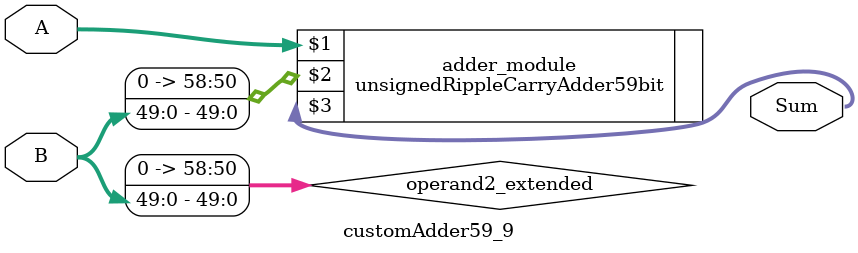
<source format=v>
module customAdder59_9(
                        input [58 : 0] A,
                        input [49 : 0] B,
                        
                        output [59 : 0] Sum
                );

        wire [58 : 0] operand2_extended;
        
        assign operand2_extended =  {9'b0, B};
        
        unsignedRippleCarryAdder59bit adder_module(
            A,
            operand2_extended,
            Sum
        );
        
        endmodule
        
</source>
